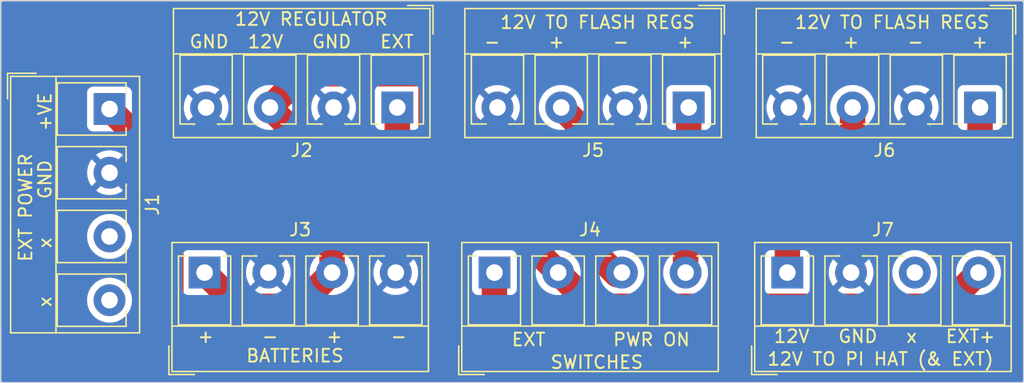
<source format=kicad_pcb>
(kicad_pcb (version 20221018) (generator pcbnew)
  (layers (0 "F.Cu" signal) (31 "B.Cu" signal) (34 "B.Paste" user) (35 "F.Paste" user) (36 "B.SilkS" user "B.Silkscreen") (37 "F.SilkS" user "F.Silkscreen") (38 "B.Mask" user) (39 "F.Mask" user) (44 "Edge.Cuts" user))
  (net 0 "")
  (net 1 "/ext_in")
  (net 2 "/gnd")
  (net 5 "/ext")
  (net 6 "/12V_in")
  (net 7 "/12V")
  (footprint "TerminalBlock_RND:TerminalBlock_RND_205-00278_1x04_P5.00mm_Vertical" (layer "F.Cu") (at 114.18 66.04 180)
    (fp_text reference "J6" (at 7.5 -3.36) (layer "F.SilkS"))
    (fp_text value "Screw_Terminal_01x04" hide)
    (fp_line (start -2.8 5.76) (end -2.8 8) (stroke (width 0.12)) (layer "F.SilkS"))
    (fp_line (start -2.8 8) (end -0.8 8) (stroke (width 0.12)) (layer "F.SilkS"))
    (fp_line (start -2.56 -2.36) (end -2.56 7.76) (stroke (width 0.12)) (layer "F.SilkS"))
    (fp_line (start -2.56 -2.36) (end 17.561 -2.36) (stroke (width 0.12)) (layer "F.SilkS"))
    (fp_line (start -2.56 4.2) (end 17.561 4.2) (stroke (width 0.12)) (layer "F.SilkS"))
    (fp_line (start -2.56 7.76) (end 17.561 7.76) (stroke (width 0.12)) (layer "F.SilkS"))
    (fp_line (start -2.05 -1.3) (end -2.05 4.1) (stroke (width 0.12)) (layer "F.SilkS"))
    (fp_line (start -2.05 -1.3) (end -1.49 -1.3) (stroke (width 0.12)) (layer "F.SilkS"))
    (fp_line (start -2.05 4.1) (end 2.05 4.1) (stroke (width 0.12)) (layer "F.SilkS"))
    (fp_line (start 1.49 -1.3) (end 2.05 -1.3) (stroke (width 0.12)) (layer "F.SilkS"))
    (fp_line (start 2.05 -1.3) (end 2.05 4.1) (stroke (width 0.12)) (layer "F.SilkS"))
    (fp_line (start 2.95 -1.3) (end 2.95 4.1) (stroke (width 0.12)) (layer "F.SilkS"))
    (fp_line (start 2.95 -1.3) (end 4.117 -1.3) (stroke (width 0.12)) (layer "F.SilkS"))
    (fp_line (start 2.95 4.1) (end 7.05 4.1) (stroke (width 0.12)) (layer "F.SilkS"))
    (fp_line (start 5.884 -1.3) (end 7.05 -1.3) (stroke (width 0.12)) (layer "F.SilkS"))
    (fp_line (start 7.05 -1.3) (end 7.05 4.1) (stroke (width 0.12)) (layer "F.SilkS"))
    (fp_line (start 7.95 -1.3) (end 7.95 4.1) (stroke (width 0.12)) (layer "F.SilkS"))
    (fp_line (start 7.95 -1.3) (end 9.117 -1.3) (stroke (width 0.12)) (layer "F.SilkS"))
    (fp_line (start 7.95 4.1) (end 12.05 4.1) (stroke (width 0.12)) (layer "F.SilkS"))
    (fp_line (start 10.884 -1.3) (end 12.05 -1.3) (stroke (width 0.12)) (layer "F.SilkS"))
    (fp_line (start 12.05 -1.3) (end 12.05 4.1) (stroke (width 0.12)) (layer "F.SilkS"))
    (fp_line (start 12.95 -1.3) (end 12.95 4.1) (stroke (width 0.12)) (layer "F.SilkS"))
    (fp_line (start 12.95 -1.3) (end 14.117 -1.3) (stroke (width 0.12)) (layer "F.SilkS"))
    (fp_line (start 12.95 4.1) (end 17.05 4.1) (stroke (width 0.12)) (layer "F.SilkS"))
    (fp_line (start 15.884 -1.3) (end 17.05 -1.3) (stroke (width 0.12)) (layer "F.SilkS"))
    (fp_line (start 17.05 -1.3) (end 17.05 4.1) (stroke (width 0.12)) (layer "F.SilkS"))
    (fp_line (start 17.561 -2.36) (end 17.561 7.76) (stroke (width 0.12)) (layer "F.SilkS"))
    (pad "1" thru_hole rect (at 0 0 180) (size 2.5 2.5) (drill 1.3) (layers "*.Cu" "*.Mask") (net 7 "/12V"))
    (pad "2" thru_hole circle (at 5 0 180) (size 2.5 2.5) (drill 1.3) (layers "*.Cu" "*.Mask") (net 2 "/gnd"))
    (pad "3" thru_hole circle (at 10 0 180) (size 2.5 2.5) (drill 1.3) (layers "*.Cu" "*.Mask") (net 7 "/12V"))
    (pad "4" thru_hole circle (at 15 0 180) (size 2.5 2.5) (drill 1.3) (layers "*.Cu" "*.Mask") (net 2 "/gnd"))
  )
  (footprint "TerminalBlock_RND:TerminalBlock_RND_205-00278_1x04_P5.00mm_Vertical" (layer "F.Cu") (at 99.06 78.994)
    (fp_text reference "J7" (at 7.5 -3.36) (layer "F.SilkS"))
    (fp_text value "Screw_Terminal_01x04" hide)
    (fp_line (start -2.8 5.76) (end -2.8 8) (stroke (width 0.12)) (layer "F.SilkS"))
    (fp_line (start -2.8 8) (end -0.8 8) (stroke (width 0.12)) (layer "F.SilkS"))
    (fp_line (start -2.56 -2.36) (end -2.56 7.76) (stroke (width 0.12)) (layer "F.SilkS"))
    (fp_line (start -2.56 -2.36) (end 17.561 -2.36) (stroke (width 0.12)) (layer "F.SilkS"))
    (fp_line (start -2.56 4.2) (end 17.561 4.2) (stroke (width 0.12)) (layer "F.SilkS"))
    (fp_line (start -2.56 7.76) (end 17.561 7.76) (stroke (width 0.12)) (layer "F.SilkS"))
    (fp_line (start -2.05 -1.3) (end -2.05 4.1) (stroke (width 0.12)) (layer "F.SilkS"))
    (fp_line (start -2.05 -1.3) (end -1.49 -1.3) (stroke (width 0.12)) (layer "F.SilkS"))
    (fp_line (start -2.05 4.1) (end 2.05 4.1) (stroke (width 0.12)) (layer "F.SilkS"))
    (fp_line (start 1.49 -1.3) (end 2.05 -1.3) (stroke (width 0.12)) (layer "F.SilkS"))
    (fp_line (start 2.05 -1.3) (end 2.05 4.1) (stroke (width 0.12)) (layer "F.SilkS"))
    (fp_line (start 2.95 -1.3) (end 2.95 4.1) (stroke (width 0.12)) (layer "F.SilkS"))
    (fp_line (start 2.95 -1.3) (end 4.117 -1.3) (stroke (width 0.12)) (layer "F.SilkS"))
    (fp_line (start 2.95 4.1) (end 7.05 4.1) (stroke (width 0.12)) (layer "F.SilkS"))
    (fp_line (start 5.884 -1.3) (end 7.05 -1.3) (stroke (width 0.12)) (layer "F.SilkS"))
    (fp_line (start 7.05 -1.3) (end 7.05 4.1) (stroke (width 0.12)) (layer "F.SilkS"))
    (fp_line (start 7.95 -1.3) (end 7.95 4.1) (stroke (width 0.12)) (layer "F.SilkS"))
    (fp_line (start 7.95 -1.3) (end 9.117 -1.3) (stroke (width 0.12)) (layer "F.SilkS"))
    (fp_line (start 7.95 4.1) (end 12.05 4.1) (stroke (width 0.12)) (layer "F.SilkS"))
    (fp_line (start 10.884 -1.3) (end 12.05 -1.3) (stroke (width 0.12)) (layer "F.SilkS"))
    (fp_line (start 12.05 -1.3) (end 12.05 4.1) (stroke (width 0.12)) (layer "F.SilkS"))
    (fp_line (start 12.95 -1.3) (end 12.95 4.1) (stroke (width 0.12)) (layer "F.SilkS"))
    (fp_line (start 12.95 -1.3) (end 14.117 -1.3) (stroke (width 0.12)) (layer "F.SilkS"))
    (fp_line (start 12.95 4.1) (end 17.05 4.1) (stroke (width 0.12)) (layer "F.SilkS"))
    (fp_line (start 15.884 -1.3) (end 17.05 -1.3) (stroke (width 0.12)) (layer "F.SilkS"))
    (fp_line (start 17.05 -1.3) (end 17.05 4.1) (stroke (width 0.12)) (layer "F.SilkS"))
    (fp_line (start 17.561 -2.36) (end 17.561 7.76) (stroke (width 0.12)) (layer "F.SilkS"))
    (pad "1" thru_hole rect (at 0 0) (size 2.5 2.5) (drill 1.3) (layers "*.Cu" "*.Mask") (net 7 "/12V"))
    (pad "2" thru_hole circle (at 5 0) (size 2.5 2.5) (drill 1.3) (layers "*.Cu" "*.Mask") (net 2 "/gnd"))
    (pad "3" thru_hole circle (at 10 0) (size 2.5 2.5) (drill 1.3) (layers "*.Cu" "*.Mask"))
    (pad "4" thru_hole circle (at 15 0) (size 2.5 2.5) (drill 1.3) (layers "*.Cu" "*.Mask") (net 5 "/ext"))
  )
  (footprint "TerminalBlock_RND:TerminalBlock_RND_205-00278_1x04_P5.00mm_Vertical" (layer "F.Cu") (at 76.08 78.994)
    (fp_text reference "J4" (at 7.5 -3.36) (layer "F.SilkS"))
    (fp_text value "Screw_Terminal_01x04" hide)
    (fp_line (start -2.8 5.76) (end -2.8 8) (stroke (width 0.12)) (layer "F.SilkS"))
    (fp_line (start -2.8 8) (end -0.8 8) (stroke (width 0.12)) (layer "F.SilkS"))
    (fp_line (start -2.56 -2.36) (end -2.56 7.76) (stroke (width 0.12)) (layer "F.SilkS"))
    (fp_line (start -2.56 -2.36) (end 17.561 -2.36) (stroke (width 0.12)) (layer "F.SilkS"))
    (fp_line (start -2.56 4.2) (end 17.561 4.2) (stroke (width 0.12)) (layer "F.SilkS"))
    (fp_line (start -2.56 7.76) (end 17.561 7.76) (stroke (width 0.12)) (layer "F.SilkS"))
    (fp_line (start -2.05 -1.3) (end -2.05 4.1) (stroke (width 0.12)) (layer "F.SilkS"))
    (fp_line (start -2.05 -1.3) (end -1.49 -1.3) (stroke (width 0.12)) (layer "F.SilkS"))
    (fp_line (start -2.05 4.1) (end 2.05 4.1) (stroke (width 0.12)) (layer "F.SilkS"))
    (fp_line (start 1.49 -1.3) (end 2.05 -1.3) (stroke (width 0.12)) (layer "F.SilkS"))
    (fp_line (start 2.05 -1.3) (end 2.05 4.1) (stroke (width 0.12)) (layer "F.SilkS"))
    (fp_line (start 2.95 -1.3) (end 2.95 4.1) (stroke (width 0.12)) (layer "F.SilkS"))
    (fp_line (start 2.95 -1.3) (end 4.117 -1.3) (stroke (width 0.12)) (layer "F.SilkS"))
    (fp_line (start 2.95 4.1) (end 7.05 4.1) (stroke (width 0.12)) (layer "F.SilkS"))
    (fp_line (start 5.884 -1.3) (end 7.05 -1.3) (stroke (width 0.12)) (layer "F.SilkS"))
    (fp_line (start 7.05 -1.3) (end 7.05 4.1) (stroke (width 0.12)) (layer "F.SilkS"))
    (fp_line (start 7.95 -1.3) (end 7.95 4.1) (stroke (width 0.12)) (layer "F.SilkS"))
    (fp_line (start 7.95 -1.3) (end 9.117 -1.3) (stroke (width 0.12)) (layer "F.SilkS"))
    (fp_line (start 7.95 4.1) (end 12.05 4.1) (stroke (width 0.12)) (layer "F.SilkS"))
    (fp_line (start 10.884 -1.3) (end 12.05 -1.3) (stroke (width 0.12)) (layer "F.SilkS"))
    (fp_line (start 12.05 -1.3) (end 12.05 4.1) (stroke (width 0.12)) (layer "F.SilkS"))
    (fp_line (start 12.95 -1.3) (end 12.95 4.1) (stroke (width 0.12)) (layer "F.SilkS"))
    (fp_line (start 12.95 -1.3) (end 14.117 -1.3) (stroke (width 0.12)) (layer "F.SilkS"))
    (fp_line (start 12.95 4.1) (end 17.05 4.1) (stroke (width 0.12)) (layer "F.SilkS"))
    (fp_line (start 15.884 -1.3) (end 17.05 -1.3) (stroke (width 0.12)) (layer "F.SilkS"))
    (fp_line (start 17.05 -1.3) (end 17.05 4.1) (stroke (width 0.12)) (layer "F.SilkS"))
    (fp_line (start 17.561 -2.36) (end 17.561 7.76) (stroke (width 0.12)) (layer "F.SilkS"))
    (pad "1" thru_hole rect (at 0 0) (size 2.5 2.5) (drill 1.3) (layers "*.Cu" "*.Mask") (net 1 "/ext_in"))
    (pad "2" thru_hole circle (at 5 0) (size 2.5 2.5) (drill 1.3) (layers "*.Cu" "*.Mask") (net 5 "/ext"))
    (pad "3" thru_hole circle (at 10 0) (size 2.5 2.5) (drill 1.3) (layers "*.Cu" "*.Mask") (net 6 "/12V_in"))
    (pad "4" thru_hole circle (at 15 0) (size 2.5 2.5) (drill 1.3) (layers "*.Cu" "*.Mask") (net 7 "/12V"))
  )
  (footprint "TerminalBlock_RND:TerminalBlock_RND_205-00278_1x04_P5.00mm_Vertical" (layer "F.Cu") (at 91.32 66.04 180)
    (fp_text reference "J5" (at 7.5 -3.36) (layer "F.SilkS"))
    (fp_text value "Screw_Terminal_01x04" hide)
    (fp_line (start -2.8 5.76) (end -2.8 8) (stroke (width 0.12)) (layer "F.SilkS"))
    (fp_line (start -2.8 8) (end -0.8 8) (stroke (width 0.12)) (layer "F.SilkS"))
    (fp_line (start -2.56 -2.36) (end -2.56 7.76) (stroke (width 0.12)) (layer "F.SilkS"))
    (fp_line (start -2.56 -2.36) (end 17.561 -2.36) (stroke (width 0.12)) (layer "F.SilkS"))
    (fp_line (start -2.56 4.2) (end 17.561 4.2) (stroke (width 0.12)) (layer "F.SilkS"))
    (fp_line (start -2.56 7.76) (end 17.561 7.76) (stroke (width 0.12)) (layer "F.SilkS"))
    (fp_line (start -2.05 -1.3) (end -2.05 4.1) (stroke (width 0.12)) (layer "F.SilkS"))
    (fp_line (start -2.05 -1.3) (end -1.49 -1.3) (stroke (width 0.12)) (layer "F.SilkS"))
    (fp_line (start -2.05 4.1) (end 2.05 4.1) (stroke (width 0.12)) (layer "F.SilkS"))
    (fp_line (start 1.49 -1.3) (end 2.05 -1.3) (stroke (width 0.12)) (layer "F.SilkS"))
    (fp_line (start 2.05 -1.3) (end 2.05 4.1) (stroke (width 0.12)) (layer "F.SilkS"))
    (fp_line (start 2.95 -1.3) (end 2.95 4.1) (stroke (width 0.12)) (layer "F.SilkS"))
    (fp_line (start 2.95 -1.3) (end 4.117 -1.3) (stroke (width 0.12)) (layer "F.SilkS"))
    (fp_line (start 2.95 4.1) (end 7.05 4.1) (stroke (width 0.12)) (layer "F.SilkS"))
    (fp_line (start 5.884 -1.3) (end 7.05 -1.3) (stroke (width 0.12)) (layer "F.SilkS"))
    (fp_line (start 7.05 -1.3) (end 7.05 4.1) (stroke (width 0.12)) (layer "F.SilkS"))
    (fp_line (start 7.95 -1.3) (end 7.95 4.1) (stroke (width 0.12)) (layer "F.SilkS"))
    (fp_line (start 7.95 -1.3) (end 9.117 -1.3) (stroke (width 0.12)) (layer "F.SilkS"))
    (fp_line (start 7.95 4.1) (end 12.05 4.1) (stroke (width 0.12)) (layer "F.SilkS"))
    (fp_line (start 10.884 -1.3) (end 12.05 -1.3) (stroke (width 0.12)) (layer "F.SilkS"))
    (fp_line (start 12.05 -1.3) (end 12.05 4.1) (stroke (width 0.12)) (layer "F.SilkS"))
    (fp_line (start 12.95 -1.3) (end 12.95 4.1) (stroke (width 0.12)) (layer "F.SilkS"))
    (fp_line (start 12.95 -1.3) (end 14.117 -1.3) (stroke (width 0.12)) (layer "F.SilkS"))
    (fp_line (start 12.95 4.1) (end 17.05 4.1) (stroke (width 0.12)) (layer "F.SilkS"))
    (fp_line (start 15.884 -1.3) (end 17.05 -1.3) (stroke (width 0.12)) (layer "F.SilkS"))
    (fp_line (start 17.05 -1.3) (end 17.05 4.1) (stroke (width 0.12)) (layer "F.SilkS"))
    (fp_line (start 17.561 -2.36) (end 17.561 7.76) (stroke (width 0.12)) (layer "F.SilkS"))
    (pad "1" thru_hole rect (at 0 0 180) (size 2.5 2.5) (drill 1.3) (layers "*.Cu" "*.Mask") (net 7 "/12V"))
    (pad "2" thru_hole circle (at 5 0 180) (size 2.5 2.5) (drill 1.3) (layers "*.Cu" "*.Mask") (net 2 "/gnd"))
    (pad "3" thru_hole circle (at 10 0 180) (size 2.5 2.5) (drill 1.3) (layers "*.Cu" "*.Mask") (net 7 "/12V"))
    (pad "4" thru_hole circle (at 15 0 180) (size 2.5 2.5) (drill 1.3) (layers "*.Cu" "*.Mask") (net 2 "/gnd"))
  )
  (footprint "TerminalBlock_RND:TerminalBlock_RND_205-00278_1x04_P5.00mm_Vertical" (layer "F.Cu") (at 53.34 78.994)
    (fp_text reference "J3" (at 7.5 -3.36) (layer "F.SilkS"))
    (fp_text value "Screw_Terminal_01x04" hide)
    (fp_line (start -2.8 5.76) (end -2.8 8) (stroke (width 0.12)) (layer "F.SilkS"))
    (fp_line (start -2.8 8) (end -0.8 8) (stroke (width 0.12)) (layer "F.SilkS"))
    (fp_line (start -2.56 -2.36) (end -2.56 7.76) (stroke (width 0.12)) (layer "F.SilkS"))
    (fp_line (start -2.56 -2.36) (end 17.561 -2.36) (stroke (width 0.12)) (layer "F.SilkS"))
    (fp_line (start -2.56 4.2) (end 17.561 4.2) (stroke (width 0.12)) (layer "F.SilkS"))
    (fp_line (start -2.56 7.76) (end 17.561 7.76) (stroke (width 0.12)) (layer "F.SilkS"))
    (fp_line (start -2.05 -1.3) (end -2.05 4.1) (stroke (width 0.12)) (layer "F.SilkS"))
    (fp_line (start -2.05 -1.3) (end -1.49 -1.3) (stroke (width 0.12)) (layer "F.SilkS"))
    (fp_line (start -2.05 4.1) (end 2.05 4.1) (stroke (width 0.12)) (layer "F.SilkS"))
    (fp_line (start 1.49 -1.3) (end 2.05 -1.3) (stroke (width 0.12)) (layer "F.SilkS"))
    (fp_line (start 2.05 -1.3) (end 2.05 4.1) (stroke (width 0.12)) (layer "F.SilkS"))
    (fp_line (start 2.95 -1.3) (end 2.95 4.1) (stroke (width 0.12)) (layer "F.SilkS"))
    (fp_line (start 2.95 -1.3) (end 4.117 -1.3) (stroke (width 0.12)) (layer "F.SilkS"))
    (fp_line (start 2.95 4.1) (end 7.05 4.1) (stroke (width 0.12)) (layer "F.SilkS"))
    (fp_line (start 5.884 -1.3) (end 7.05 -1.3) (stroke (width 0.12)) (layer "F.SilkS"))
    (fp_line (start 7.05 -1.3) (end 7.05 4.1) (stroke (width 0.12)) (layer "F.SilkS"))
    (fp_line (start 7.95 -1.3) (end 7.95 4.1) (stroke (width 0.12)) (layer "F.SilkS"))
    (fp_line (start 7.95 -1.3) (end 9.117 -1.3) (stroke (width 0.12)) (layer "F.SilkS"))
    (fp_line (start 7.95 4.1) (end 12.05 4.1) (stroke (width 0.12)) (layer "F.SilkS"))
    (fp_line (start 10.884 -1.3) (end 12.05 -1.3) (stroke (width 0.12)) (layer "F.SilkS"))
    (fp_line (start 12.05 -1.3) (end 12.05 4.1) (stroke (width 0.12)) (layer "F.SilkS"))
    (fp_line (start 12.95 -1.3) (end 12.95 4.1) (stroke (width 0.12)) (layer "F.SilkS"))
    (fp_line (start 12.95 -1.3) (end 14.117 -1.3) (stroke (width 0.12)) (layer "F.SilkS"))
    (fp_line (start 12.95 4.1) (end 17.05 4.1) (stroke (width 0.12)) (layer "F.SilkS"))
    (fp_line (start 15.884 -1.3) (end 17.05 -1.3) (stroke (width 0.12)) (layer "F.SilkS"))
    (fp_line (start 17.05 -1.3) (end 17.05 4.1) (stroke (width 0.12)) (layer "F.SilkS"))
    (fp_line (start 17.561 -2.36) (end 17.561 7.76) (stroke (width 0.12)) (layer "F.SilkS"))
    (pad "1" thru_hole rect (at 0 0) (size 2.5 2.5) (drill 1.3) (layers "*.Cu" "*.Mask") (net 6 "/12V_in"))
    (pad "2" thru_hole circle (at 5 0) (size 2.5 2.5) (drill 1.3) (layers "*.Cu" "*.Mask") (net 2 "/gnd"))
    (pad "3" thru_hole circle (at 10 0) (size 2.5 2.5) (drill 1.3) (layers "*.Cu" "*.Mask") (net 6 "/12V_in"))
    (pad "4" thru_hole circle (at 15 0) (size 2.5 2.5) (drill 1.3) (layers "*.Cu" "*.Mask") (net 2 "/gnd"))
  )
  (footprint "TerminalBlock_RND:TerminalBlock_RND_205-00278_1x04_P5.00mm_Vertical" (layer "F.Cu") (at 68.46 66.04 180)
    (fp_text reference "J2" (at 7.5 -3.36) (layer "F.SilkS"))
    (fp_text value "Screw_Terminal_01x04" hide)
    (fp_line (start -2.8 5.76) (end -2.8 8) (stroke (width 0.12)) (layer "F.SilkS"))
    (fp_line (start -2.8 8) (end -0.8 8) (stroke (width 0.12)) (layer "F.SilkS"))
    (fp_line (start -2.56 -2.36) (end -2.56 7.76) (stroke (width 0.12)) (layer "F.SilkS"))
    (fp_line (start -2.56 -2.36) (end 17.561 -2.36) (stroke (width 0.12)) (layer "F.SilkS"))
    (fp_line (start -2.56 4.2) (end 17.561 4.2) (stroke (width 0.12)) (layer "F.SilkS"))
    (fp_line (start -2.56 7.76) (end 17.561 7.76) (stroke (width 0.12)) (layer "F.SilkS"))
    (fp_line (start -2.05 -1.3) (end -2.05 4.1) (stroke (width 0.12)) (layer "F.SilkS"))
    (fp_line (start -2.05 -1.3) (end -1.49 -1.3) (stroke (width 0.12)) (layer "F.SilkS"))
    (fp_line (start -2.05 4.1) (end 2.05 4.1) (stroke (width 0.12)) (layer "F.SilkS"))
    (fp_line (start 1.49 -1.3) (end 2.05 -1.3) (stroke (width 0.12)) (layer "F.SilkS"))
    (fp_line (start 2.05 -1.3) (end 2.05 4.1) (stroke (width 0.12)) (layer "F.SilkS"))
    (fp_line (start 2.95 -1.3) (end 2.95 4.1) (stroke (width 0.12)) (layer "F.SilkS"))
    (fp_line (start 2.95 -1.3) (end 4.117 -1.3) (stroke (width 0.12)) (layer "F.SilkS"))
    (fp_line (start 2.95 4.1) (end 7.05 4.1) (stroke (width 0.12)) (layer "F.SilkS"))
    (fp_line (start 5.884 -1.3) (end 7.05 -1.3) (stroke (width 0.12)) (layer "F.SilkS"))
    (fp_line (start 7.05 -1.3) (end 7.05 4.1) (stroke (width 0.12)) (layer "F.SilkS"))
    (fp_line (start 7.95 -1.3) (end 7.95 4.1) (stroke (width 0.12)) (layer "F.SilkS"))
    (fp_line (start 7.95 -1.3) (end 9.117 -1.3) (stroke (width 0.12)) (layer "F.SilkS"))
    (fp_line (start 7.95 4.1) (end 12.05 4.1) (stroke (width 0.12)) (layer "F.SilkS"))
    (fp_line (start 10.884 -1.3) (end 12.05 -1.3) (stroke (width 0.12)) (layer "F.SilkS"))
    (fp_line (start 12.05 -1.3) (end 12.05 4.1) (stroke (width 0.12)) (layer "F.SilkS"))
    (fp_line (start 12.95 -1.3) (end 12.95 4.1) (stroke (width 0.12)) (layer "F.SilkS"))
    (fp_line (start 12.95 -1.3) (end 14.117 -1.3) (stroke (width 0.12)) (layer "F.SilkS"))
    (fp_line (start 12.95 4.1) (end 17.05 4.1) (stroke (width 0.12)) (layer "F.SilkS"))
    (fp_line (start 15.884 -1.3) (end 17.05 -1.3) (stroke (width 0.12)) (layer "F.SilkS"))
    (fp_line (start 17.05 -1.3) (end 17.05 4.1) (stroke (width 0.12)) (layer "F.SilkS"))
    (fp_line (start 17.561 -2.36) (end 17.561 7.76) (stroke (width 0.12)) (layer "F.SilkS"))
    (pad "1" thru_hole rect (at 0 0 180) (size 2.5 2.5) (drill 1.3) (layers "*.Cu" "*.Mask") (net 5 "/ext"))
    (pad "2" thru_hole circle (at 5 0 180) (size 2.5 2.5) (drill 1.3) (layers "*.Cu" "*.Mask") (net 2 "/gnd"))
    (pad "3" thru_hole circle (at 10 0 180) (size 2.5 2.5) (drill 1.3) (layers "*.Cu" "*.Mask") (net 6 "/12V_in"))
    (pad "4" thru_hole circle (at 15 0 180) (size 2.5 2.5) (drill 1.3) (layers "*.Cu" "*.Mask") (net 2 "/gnd"))
  )
  (footprint "TerminalBlock_RND:TerminalBlock_RND_205-00278_1x04_P5.00mm_Vertical" (layer "F.Cu") (at 45.88 66.16 -90)
    (fp_text reference "J1" (at 7.5 -3.36 90) (layer "F.SilkS"))
    (fp_text value "Screw_Terminal_01x04" hide)
    (fp_line (start -2.8 5.76) (end -2.8 8) (stroke (width 0.12)) (layer "F.SilkS"))
    (fp_line (start -2.8 8) (end -0.8 8) (stroke (width 0.12)) (layer "F.SilkS"))
    (fp_line (start -2.56 -2.36) (end -2.56 7.76) (stroke (width 0.12)) (layer "F.SilkS"))
    (fp_line (start -2.56 -2.36) (end 17.561 -2.36) (stroke (width 0.12)) (layer "F.SilkS"))
    (fp_line (start -2.56 4.2) (end 17.561 4.2) (stroke (width 0.12)) (layer "F.SilkS"))
    (fp_line (start -2.56 7.76) (end 17.561 7.76) (stroke (width 0.12)) (layer "F.SilkS"))
    (fp_line (start -2.05 -1.3) (end -2.05 4.1) (stroke (width 0.12)) (layer "F.SilkS"))
    (fp_line (start -2.05 -1.3) (end -1.49 -1.3) (stroke (width 0.12)) (layer "F.SilkS"))
    (fp_line (start -2.05 4.1) (end 2.05 4.1) (stroke (width 0.12)) (layer "F.SilkS"))
    (fp_line (start 1.49 -1.3) (end 2.05 -1.3) (stroke (width 0.12)) (layer "F.SilkS"))
    (fp_line (start 2.05 -1.3) (end 2.05 4.1) (stroke (width 0.12)) (layer "F.SilkS"))
    (fp_line (start 2.95 -1.3) (end 2.95 4.1) (stroke (width 0.12)) (layer "F.SilkS"))
    (fp_line (start 2.95 -1.3) (end 4.117 -1.3) (stroke (width 0.12)) (layer "F.SilkS"))
    (fp_line (start 2.95 4.1) (end 7.05 4.1) (stroke (width 0.12)) (layer "F.SilkS"))
    (fp_line (start 5.884 -1.3) (end 7.05 -1.3) (stroke (width 0.12)) (layer "F.SilkS"))
    (fp_line (start 7.05 -1.3) (end 7.05 4.1) (stroke (width 0.12)) (layer "F.SilkS"))
    (fp_line (start 7.95 -1.3) (end 7.95 4.1) (stroke (width 0.12)) (layer "F.SilkS"))
    (fp_line (start 7.95 -1.3) (end 9.117 -1.3) (stroke (width 0.12)) (layer "F.SilkS"))
    (fp_line (start 7.95 4.1) (end 12.05 4.1) (stroke (width 0.12)) (layer "F.SilkS"))
    (fp_line (start 10.884 -1.3) (end 12.05 -1.3) (stroke (width 0.12)) (layer "F.SilkS"))
    (fp_line (start 12.05 -1.3) (end 12.05 4.1) (stroke (width 0.12)) (layer "F.SilkS"))
    (fp_line (start 12.95 -1.3) (end 12.95 4.1) (stroke (width 0.12)) (layer "F.SilkS"))
    (fp_line (start 12.95 -1.3) (end 14.117 -1.3) (stroke (width 0.12)) (layer "F.SilkS"))
    (fp_line (start 12.95 4.1) (end 17.05 4.1) (stroke (width 0.12)) (layer "F.SilkS"))
    (fp_line (start 15.884 -1.3) (end 17.05 -1.3) (stroke (width 0.12)) (layer "F.SilkS"))
    (fp_line (start 17.05 -1.3) (end 17.05 4.1) (stroke (width 0.12)) (layer "F.SilkS"))
    (fp_line (start 17.561 -2.36) (end 17.561 7.76) (stroke (width 0.12)) (layer "F.SilkS"))
    (pad "1" thru_hole rect (at 0 0 270) (size 2.5 2.5) (drill 1.3) (layers "*.Cu" "*.Mask") (net 1 "/ext_in"))
    (pad "2" thru_hole circle (at 5 0 270) (size 2.5 2.5) (drill 1.3) (layers "*.Cu" "*.Mask") (net 2 "/gnd"))
    (pad "3" thru_hole circle (at 10 0 270) (size 2.5 2.5) (drill 1.3) (layers "*.Cu" "*.Mask"))
    (pad "4" thru_hole circle (at 15 0 270) (size 2.5 2.5) (drill 1.3) (layers "*.Cu" "*.Mask"))
  )
  (gr_rect (start 37.338 57.658) (end 117.602 87.63) (stroke (width 0.1)) (fill none) (layer "Edge.Cuts"))
  (gr_text " x     x    GND   +VE" (at 41.402 82.55 90) (layer "F.SilkS") (effects (font (size 1 1)) (justify left bottom)))
  (gr_text "12V TO FLASH REGS" (at 76.454 59.944) (layer "F.SilkS") (effects (font (size 1 1)) (justify left bottom)))
  (gr_text "+     -     +     - " (at 52.712 84.582) (layer "F.SilkS") (effects (font (size 1 1)) (justify left bottom)))
  (gr_text "SWITCHES" (at 80.398 86.614) (layer "F.SilkS") (effects (font (size 1 1)) (justify left bottom)))
  (gr_text "12V REGULATOR" (at 55.626 59.69) (layer "F.SilkS") (effects (font (size 1 1)) (justify left bottom)))
  (gr_text "12V TO FLASH REGS" (at 99.568 59.944) (layer "F.SilkS") (effects (font (size 1 1)) (justify left bottom)))
  (gr_text "12V   GND   x   EXT+" (at 97.924 84.582) (layer "F.SilkS") (effects (font (size 1 1)) (justify left bottom)))
  (gr_text "GND  12V   GND   EXT" (at 52.07 61.468) (layer "F.SilkS") (effects (font (size 1 1)) (justify left bottom)))
  (gr_text "-     +     -     + " (at 98.298 61.468) (layer "F.SilkS") (effects (font (size 1 1)) (justify left bottom)))
  (gr_text "12V TO PI HAT (& EXT)" (at 97.416 86.36) (layer "F.SilkS") (effects (font (size 1 1)) (justify left bottom)))
  (gr_text "BATTERIES" (at 56.522 86.106) (layer "F.SilkS") (effects (font (size 1 1)) (justify left bottom)))
  (gr_text "EXT POWER" (at 39.878 78.232 90) (layer "F.SilkS") (effects (font (size 1 1)) (justify left bottom)))
  (gr_text "-     +     -     + " (at 75.184 61.468) (layer "F.SilkS") (effects (font (size 1 1)) (justify left bottom)))
  (gr_text "EXT       PWR ON" (at 77.35 84.836) (layer "F.SilkS") (effects (font (size 1 1)) (justify left bottom)))
  (segment (start 53.474 84.074) (end 74.41 84.074) (width 2) (layer "F.Cu") (net 1))
  (segment (start 50.69 71.21) (end 50.69 81.29) (width 2) (layer "F.Cu") (net 1))
  (segment (start 50.69 81.29) (end 53.474 84.074) (width 2) (layer "F.Cu") (net 1))
  (segment (start 76.08 82.404) (end 76.08 78.994) (width 2) (layer "F.Cu") (net 1))
  (segment (start 45.88 66.16) (end 50.81 71.09) (width 2) (layer "F.Cu") (net 1))
  (segment (start 74.41 84.074) (end 76.08 82.404) (width 2) (layer "F.Cu") (net 1))
  (segment (start 50.81 71.09) (end 50.69 71.21) (width 2) (layer "F.Cu") (net 1))
  (segment (start 53.46 71.04) (end 53.34 71.16) (width 2) (layer "B.Cu") (net 2))
  (segment (start 109.18 71.12) (end 109.22 71.16) (width 2) (layer "B.Cu") (net 2))
  (segment (start 58.42 71.16) (end 64.008 71.16) (width 2) (layer "B.Cu") (net 2))
  (segment (start 104.394 71.16) (end 109.22 71.16) (width 2) (layer "B.Cu") (net 2))
  (segment (start 53.46 66.04) (end 53.46 71.04) (width 2) (layer "B.Cu") (net 2))
  (segment (start 64.008 71.16) (end 68.834 71.16) (width 2) (layer "B.Cu") (net 2))
  (segment (start 63.46 70.612) (end 64.008 71.16) (width 2) (layer "B.Cu") (net 2))
  (segment (start 58.46 71.2) (end 58.42 71.16) (width 2) (layer "B.Cu") (net 2))
  (segment (start 76.32 71.04) (end 76.2 71.16) (width 2) (layer "B.Cu") (net 2))
  (segment (start 76.32 66.04) (end 76.32 71.04) (width 2) (layer "B.Cu") (net 2))
  (segment (start 86.32 70.692) (end 85.852 71.16) (width 2) (layer "B.Cu") (net 2))
  (segment (start 104.06 78.994) (end 104.06 71.494) (width 2) (layer "B.Cu") (net 2))
  (segment (start 104.06 71.494) (end 104.394 71.16) (width 2) (layer "B.Cu") (net 2))
  (segment (start 58.34 78.994) (end 58.34 71.24) (width 2) (layer "B.Cu") (net 2))
  (segment (start 68.34 71.654) (end 68.834 71.16) (width 2) (layer "B.Cu") (net 2))
  (segment (start 68.34 78.994) (end 68.34 71.654) (width 2) (layer "B.Cu") (net 2))
  (segment (start 85.852 71.16) (end 98.806 71.16) (width 2) (layer "B.Cu") (net 2))
  (segment (start 58.34 71.24) (end 58.42 71.16) (width 2) (layer "B.Cu") (net 2))
  (segment (start 68.834 71.16) (end 76.2 71.16) (width 2) (layer "B.Cu") (net 2))
  (segment (start 63.46 66.04) (end 63.46 70.612) (width 2) (layer "B.Cu") (net 2))
  (segment (start 53.34 71.16) (end 58.42 71.16) (width 2) (layer "B.Cu") (net 2))
  (segment (start 99.18 66.04) (end 99.18 70.786) (width 2) (layer "B.Cu") (net 2))
  (segment (start 99.18 70.786) (end 98.806 71.16) (width 2) (layer "B.Cu") (net 2))
  (segment (start 86.32 66.04) (end 86.32 70.692) (width 2) (layer "B.Cu") (net 2))
  (segment (start 109.18 66.04) (end 109.18 71.12) (width 2) (layer "B.Cu") (net 2))
  (segment (start 76.2 71.16) (end 85.852 71.16) (width 2) (layer "B.Cu") (net 2))
  (segment (start 45.88 71.16) (end 53.34 71.16) (width 2) (layer "B.Cu") (net 2))
  (segment (start 98.806 71.16) (end 104.394 71.16) (width 2) (layer "B.Cu") (net 2))
  (segment (start 73.667 75.177) (end 77.263 75.177) (width 2) (layer "F.Cu") (net 5))
  (segment (start 68.46 66.04) (end 68.46 69.97) (width 2) (layer "F.Cu") (net 5))
  (segment (start 111.41 81.644) (end 114.06 78.994) (width 2) (layer "F.Cu") (net 5))
  (segment (start 73.667 75.177) (end 72.39 73.9) (width 2) (layer "F.Cu") (net 5))
  (segment (start 83.73 81.644) (end 81.08 78.994) (width 2) (layer "F.Cu") (net 5))
  (segment (start 83.73 81.644) (end 111.41 81.644) (width 2) (layer "F.Cu") (net 5))
  (segment (start 77.263 75.177) (end 81.08 78.994) (width 2) (layer "F.Cu") (net 5))
  (segment (start 68.46 69.97) (end 73.667 75.177) (width 2) (layer "F.Cu") (net 5))
  (segment (start 86.08 78.994) (end 85.526334 78.994) (width 2) (layer "F.Cu") (net 6))
  (segment (start 63.34 78.994) (end 63.34 70.92) (width 2) (layer "F.Cu") (net 6))
  (segment (start 71.11 67.62) (end 71.11 63.39) (width 2) (layer "F.Cu") (net 6))
  (segment (start 63.34 70.92) (end 58.46 66.04) (width 2) (layer "F.Cu") (net 6))
  (segment (start 61.11 63.39) (end 58.46 66.04) (width 2) (layer "F.Cu") (net 6))
  (segment (start 71.11 63.39) (end 61.11 63.39) (width 2) (layer "F.Cu") (net 6))
  (segment (start 55.99 81.644) (end 53.34 78.994) (width 2) (layer "F.Cu") (net 6))
  (segment (start 85.686334 79.154) (end 86.08 79.154) (width 2) (layer "F.Cu") (net 6))
  (segment (start 60.69 81.644) (end 55.99 81.644) (width 2) (layer "F.Cu") (net 6))
  (segment (start 85.526334 78.994) (end 74.152334 67.62) (width 2) (layer "F.Cu") (net 6))
  (segment (start 63.34 78.994) (end 60.69 81.644) (width 2) (layer "F.Cu") (net 6))
  (segment (start 74.152334 67.62) (end 71.11 67.62) (width 2) (layer "F.Cu") (net 6))
  (segment (start 104.14 74.168) (end 99.06 74.168) (width 2) (layer "F.Cu") (net 7))
  (segment (start 91.2 73.914) (end 91.32 73.794) (width 2) (layer "F.Cu") (net 7))
  (segment (start 99.06 74.168) (end 91.694 74.168) (width 2) (layer "F.Cu") (net 7))
  (segment (start 104.18 74.128) (end 104.14 74.168) (width 2) (layer "F.Cu") (net 7))
  (segment (start 114.18 74.048) (end 114.3 74.168) (width 2) (layer "F.Cu") (net 7))
  (segment (start 91.694 74.168) (end 89.448 74.168) (width 2) (layer "F.Cu") (net 7))
  (segment (start 91.08 74.782) (end 91.694 74.168) (width 2) (layer "F.Cu") (net 7))
  (segment (start 91.08 78.994) (end 91.08 74.782) (width 2) (layer "F.Cu") (net 7))
  (segment (start 91.32 73.794) (end 91.694 74.168) (width 2) (layer "F.Cu") (net 7))
  (segment (start 114.18 66.04) (end 114.18 74.048) (width 2) (layer "F.Cu") (net 7))
  (segment (start 89.448 74.168) (end 81.32 66.04) (width 2) (layer "F.Cu") (net 7))
  (segment (start 99.06 78.994) (end 99.06 74.408) (width 2) (layer "F.Cu") (net 7))
  (segment (start 104.18 66.04) (end 104.18 74.128) (width 2) (layer "F.Cu") (net 7))
  (segment (start 114.3 74.168) (end 104.14 74.168) (width 2) (layer "F.Cu") (net 7))
  (segment (start 99.18 74.288) (end 99.06 74.168) (width 2) (layer "F.Cu") (net 7))
  (segment (start 99.06 74.408) (end 99.18 74.288) (width 2) (layer "F.Cu") (net 7))
  (segment (start 91.32 66.04) (end 91.32 73.794) (width 2) (layer "F.Cu") (net 7))
  (zone (net 2) (net_name "/gnd") (layer "B.Cu") (connect_pads (clearance 0.508)) (min_thickness 0.25) (fill yes (thermal_gap 0.5) (thermal_bridge_width 0.5))
    (polygon (pts (xy 37.338 57.658) (xy 117.602 57.658) (xy 117.602 87.63) (xy 37.338 87.63)))
  )
)
</source>
